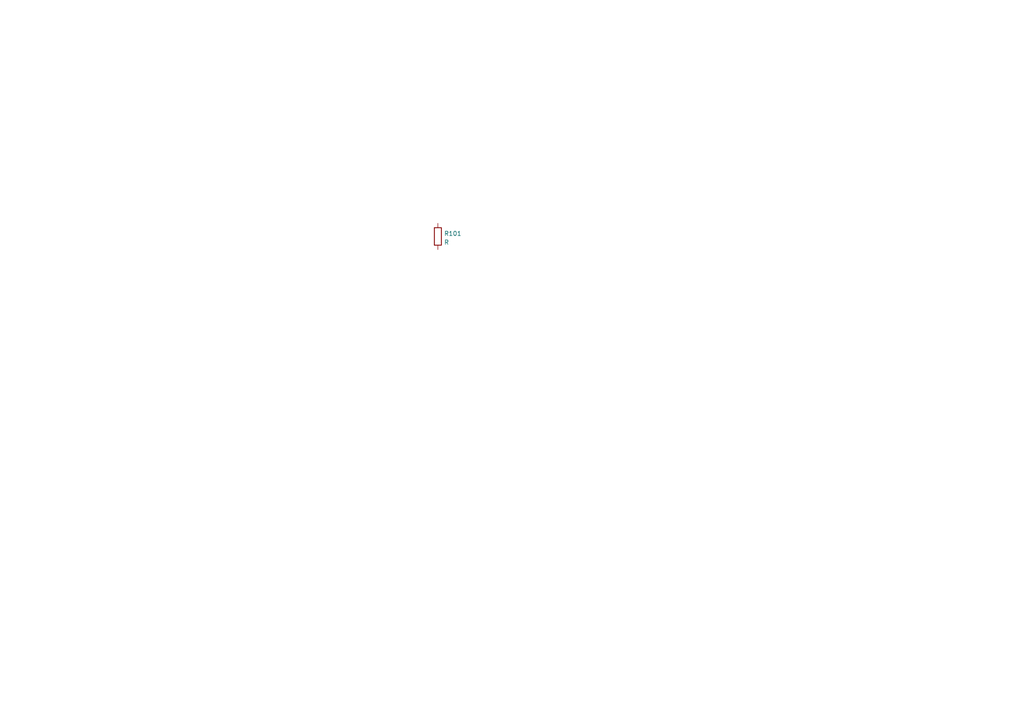
<source format=kicad_sch>
(kicad_sch (version 20211123) (generator eeschema)
  (paper "A4")
  (lib_symbols
    (symbol "Device:R" (pin_numbers hide) (pin_names (offset 0))
      (property "Reference" "R" (at 2.032 0 90))
      (property "Value" "R" (at 0 0 90))
      (symbol "R_0_1"
        (rectangle (start -1.016 -2.54) (end 1.016 2.54) (stroke (width 0.254)))
      )
      (symbol "R_1_1"
        (pin passive line (at 0 3.81 270) (length 1.27) (name "~") (number "1"))
        (pin passive line (at 0 -3.81 90) (length 1.27) (name "~") (number "2"))
      )
    )
  )
  (symbol (lib_id "Device:R") (at 127 68.58 0) (unit 1)
    (property "Reference" "R101" (at 128.778 67.7453 0) (effects (justify left)))
    (property "Value" "R" (at 128.778 70.2822 0) (effects (justify left)))
  )
)
</source>
